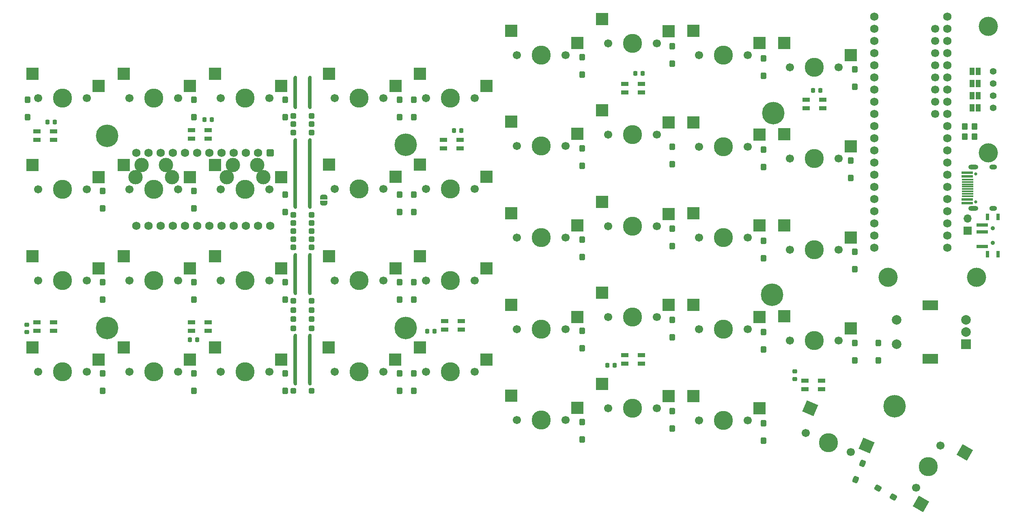
<source format=gbr>
G04 #@! TF.GenerationSoftware,KiCad,Pcbnew,(6.0.6)*
G04 #@! TF.CreationDate,2022-08-01T11:52:36+07:00*
G04 #@! TF.ProjectId,SofleKeyboard,536f666c-654b-4657-9962-6f6172642e6b,rev?*
G04 #@! TF.SameCoordinates,Original*
G04 #@! TF.FileFunction,Soldermask,Top*
G04 #@! TF.FilePolarity,Negative*
%FSLAX46Y46*%
G04 Gerber Fmt 4.6, Leading zero omitted, Abs format (unit mm)*
G04 Created by KiCad (PCBNEW (6.0.6)) date 2022-08-01 11:52:36*
%MOMM*%
%LPD*%
G01*
G04 APERTURE LIST*
G04 Aperture macros list*
%AMRoundRect*
0 Rectangle with rounded corners*
0 $1 Rounding radius*
0 $2 $3 $4 $5 $6 $7 $8 $9 X,Y pos of 4 corners*
0 Add a 4 corners polygon primitive as box body*
4,1,4,$2,$3,$4,$5,$6,$7,$8,$9,$2,$3,0*
0 Add four circle primitives for the rounded corners*
1,1,$1+$1,$2,$3*
1,1,$1+$1,$4,$5*
1,1,$1+$1,$6,$7*
1,1,$1+$1,$8,$9*
0 Add four rect primitives between the rounded corners*
20,1,$1+$1,$2,$3,$4,$5,0*
20,1,$1+$1,$4,$5,$6,$7,0*
20,1,$1+$1,$6,$7,$8,$9,0*
20,1,$1+$1,$8,$9,$2,$3,0*%
%AMRotRect*
0 Rectangle, with rotation*
0 The origin of the aperture is its center*
0 $1 length*
0 $2 width*
0 $3 Rotation angle, in degrees counterclockwise*
0 Add horizontal line*
21,1,$1,$2,0,0,$3*%
%AMFreePoly0*
4,1,22,0.500000,-0.750000,0.000000,-0.750000,0.000000,-0.745033,-0.079941,-0.743568,-0.215256,-0.701293,-0.333266,-0.622738,-0.424486,-0.514219,-0.481581,-0.384460,-0.499164,-0.250000,-0.500000,-0.250000,-0.500000,0.250000,-0.499164,0.250000,-0.499963,0.256109,-0.478152,0.396186,-0.417904,0.524511,-0.324060,0.630769,-0.204165,0.706417,-0.067858,0.745374,0.000000,0.744959,0.000000,0.750000,
0.500000,0.750000,0.500000,-0.750000,0.500000,-0.750000,$1*%
%AMFreePoly1*
4,1,20,0.000000,0.744959,0.073905,0.744508,0.209726,0.703889,0.328688,0.626782,0.421226,0.519385,0.479903,0.390333,0.500000,0.250000,0.500000,-0.250000,0.499851,-0.262216,0.476331,-0.402017,0.414519,-0.529596,0.319384,-0.634700,0.198574,-0.708877,0.061801,-0.746166,0.000000,-0.745033,0.000000,-0.750000,-0.500000,-0.750000,-0.500000,0.750000,0.000000,0.750000,0.000000,0.744959,
0.000000,0.744959,$1*%
G04 Aperture macros list end*
%ADD10C,4.700000*%
%ADD11C,1.701800*%
%ADD12C,3.987800*%
%ADD13C,1.700000*%
%ADD14R,2.550000X2.500000*%
%ADD15RotRect,2.550000X2.500000X240.000000*%
%ADD16RotRect,2.550000X2.500000X337.000000*%
%ADD17C,4.000000*%
%ADD18C,3.000000*%
%ADD19RoundRect,0.300000X0.300000X0.300000X-0.300000X0.300000X-0.300000X-0.300000X0.300000X-0.300000X0*%
%ADD20O,0.762000X14.750000*%
%ADD21C,1.752600*%
%ADD22R,1.000000X1.500000*%
%ADD23R,1.600000X0.850000*%
%ADD24RoundRect,0.225000X-0.225000X-0.250000X0.225000X-0.250000X0.225000X0.250000X-0.225000X0.250000X0*%
%ADD25O,0.762000X8.800000*%
%ADD26RoundRect,0.225000X0.225000X0.250000X-0.225000X0.250000X-0.225000X-0.250000X0.225000X-0.250000X0*%
%ADD27C,0.650000*%
%ADD28R,2.362600X0.600000*%
%ADD29R,2.366000X0.300000*%
%ADD30R,2.366000X0.305000*%
%ADD31O,2.100000X1.000000*%
%ADD32O,1.600000X1.000000*%
%ADD33RoundRect,0.225000X0.250000X-0.225000X0.250000X0.225000X-0.250000X0.225000X-0.250000X-0.225000X0*%
%ADD34O,0.762000X7.000000*%
%ADD35R,0.800000X1.422000*%
%ADD36C,0.900000*%
%ADD37R,2.368000X0.700000*%
%ADD38FreePoly0,270.000000*%
%ADD39FreePoly1,270.000000*%
%ADD40C,1.400000*%
%ADD41RoundRect,0.225000X-0.250000X0.225000X-0.250000X-0.225000X0.250000X-0.225000X0.250000X0.225000X0*%
%ADD42R,1.700000X1.700000*%
%ADD43O,1.700000X1.700000*%
%ADD44RoundRect,0.250000X0.350000X0.450000X-0.350000X0.450000X-0.350000X-0.450000X0.350000X-0.450000X0*%
%ADD45O,0.762000X10.800000*%
%ADD46R,2.000000X2.000000*%
%ADD47C,2.000000*%
%ADD48R,3.200000X2.000000*%
%ADD49RoundRect,0.300000X0.300000X-0.395000X0.300000X0.395000X-0.300000X0.395000X-0.300000X-0.395000X0*%
%ADD50RoundRect,0.300000X-0.300000X0.395000X-0.300000X-0.395000X0.300000X-0.395000X0.300000X0.395000X0*%
%ADD51RoundRect,0.300000X0.121813X-0.480819X0.430490X0.246380X-0.121813X0.480819X-0.430490X-0.246380X0*%
%ADD52RoundRect,0.300000X-0.121813X0.480819X-0.430490X-0.246380X0.121813X-0.480819X0.430490X0.246380X0*%
%ADD53RoundRect,0.400000X0.400000X0.400000X-0.400000X0.400000X-0.400000X-0.400000X0.400000X-0.400000X0*%
%ADD54RoundRect,0.300000X-0.492080X-0.062308X0.192080X-0.457308X0.492080X0.062308X-0.192080X0.457308X0*%
%ADD55RoundRect,0.300000X0.492080X0.062308X-0.192080X0.457308X-0.492080X-0.062308X0.192080X-0.457308X0*%
G04 APERTURE END LIST*
D10*
X208838800Y-58521600D03*
X132125141Y-65166580D03*
X208625140Y-96466581D03*
X132125141Y-103466580D03*
X234125140Y-119766581D03*
D11*
X212345141Y-48956580D03*
D12*
X217425141Y-48956580D03*
D13*
X222505141Y-48956580D03*
D14*
X211135141Y-43876581D03*
X224985141Y-46416581D03*
D13*
X203505140Y-46456582D03*
D11*
X193345140Y-46456582D03*
D12*
X198425140Y-46456582D03*
D14*
X192135140Y-41376583D03*
X205985140Y-43916583D03*
D13*
X184505140Y-43966580D03*
D11*
X174345140Y-43966580D03*
D12*
X179425140Y-43966580D03*
D14*
X173135140Y-38886581D03*
X186985140Y-41426581D03*
D13*
X165505141Y-46456581D03*
D12*
X160425141Y-46456581D03*
D11*
X155345141Y-46456581D03*
D14*
X154135141Y-41376582D03*
X167985141Y-43916582D03*
D12*
X141425140Y-55456582D03*
D11*
X136345140Y-55456582D03*
D13*
X146505140Y-55456582D03*
D14*
X135135140Y-50376583D03*
X148985140Y-52916583D03*
D11*
X117345140Y-55456581D03*
D13*
X127505140Y-55456581D03*
D12*
X122425140Y-55456581D03*
D14*
X116135140Y-50376582D03*
X129985140Y-52916582D03*
D12*
X217425141Y-68056582D03*
D11*
X212345141Y-68056582D03*
D13*
X222505141Y-68056582D03*
D14*
X211135141Y-62976583D03*
X224985141Y-65516583D03*
D11*
X193345141Y-65556580D03*
D13*
X203505141Y-65556580D03*
D12*
X198425141Y-65556580D03*
D14*
X192135141Y-60476581D03*
X205985141Y-63016581D03*
D12*
X179425140Y-63056582D03*
D13*
X184505140Y-63056582D03*
D11*
X174345140Y-63056582D03*
D14*
X173135140Y-57976583D03*
X186985140Y-60516583D03*
D12*
X160425140Y-65456582D03*
D11*
X155345140Y-65456582D03*
D13*
X165505140Y-65456582D03*
D14*
X154135140Y-60376583D03*
X167985140Y-62916583D03*
D13*
X146505140Y-74356582D03*
D12*
X141425140Y-74356582D03*
D11*
X136345140Y-74356582D03*
D14*
X135135140Y-69276583D03*
X148985140Y-71816583D03*
D13*
X127505140Y-74356582D03*
D12*
X122425140Y-74356582D03*
D11*
X117345140Y-74356582D03*
D14*
X116135140Y-69276583D03*
X129985140Y-71816583D03*
D12*
X217425141Y-87056580D03*
D13*
X222505141Y-87056580D03*
D11*
X212345141Y-87056580D03*
D14*
X211135141Y-81976581D03*
X224985141Y-84516581D03*
D11*
X193345140Y-84556582D03*
D12*
X198425140Y-84556582D03*
D13*
X203505140Y-84556582D03*
D14*
X192135140Y-79476583D03*
X205985140Y-82016583D03*
D11*
X174345140Y-82156582D03*
D12*
X179425140Y-82156582D03*
D13*
X184505140Y-82156582D03*
D14*
X173135140Y-77076583D03*
X186985140Y-79616583D03*
D13*
X165505141Y-84556581D03*
D11*
X155345141Y-84556581D03*
D12*
X160425141Y-84556581D03*
D14*
X154135141Y-79476582D03*
X167985141Y-82016582D03*
D12*
X141425140Y-93556582D03*
D11*
X136345140Y-93556582D03*
D13*
X146505140Y-93556582D03*
D14*
X135135140Y-88476583D03*
X148985140Y-91016583D03*
D11*
X117345140Y-93556580D03*
D12*
X122425140Y-93556580D03*
D13*
X127505140Y-93556580D03*
D14*
X116135140Y-88476581D03*
X129985140Y-91016581D03*
D11*
X212345141Y-106056581D03*
D12*
X217425141Y-106056581D03*
D13*
X222505141Y-106056581D03*
D14*
X211135141Y-100976582D03*
X224985141Y-103516582D03*
D11*
X193345141Y-103656580D03*
D12*
X198425141Y-103656580D03*
D13*
X203505141Y-103656580D03*
D14*
X192135141Y-98576581D03*
X205985141Y-101116581D03*
D11*
X174345140Y-101156582D03*
D12*
X179425140Y-101156582D03*
D13*
X184505140Y-101156582D03*
D14*
X173135140Y-96076583D03*
X186985140Y-98616583D03*
D13*
X165505140Y-103656581D03*
D12*
X160425140Y-103656581D03*
D11*
X155345140Y-103656581D03*
D14*
X154135140Y-98576582D03*
X167985140Y-101116582D03*
D12*
X141425140Y-112556582D03*
D13*
X146505140Y-112556582D03*
D11*
X136345140Y-112556582D03*
D14*
X135135140Y-107476583D03*
X148985140Y-110016583D03*
D12*
X122375141Y-112556582D03*
D11*
X117295141Y-112556582D03*
D13*
X127455141Y-112556582D03*
D14*
X116085141Y-107476583D03*
X129935141Y-110016583D03*
D12*
X241225141Y-132366580D03*
D13*
X238685141Y-136765989D03*
D11*
X243765141Y-127967171D03*
D15*
X248769549Y-129459280D03*
X239644845Y-140183732D03*
D12*
X220325140Y-127356582D03*
D11*
X215648975Y-125371668D03*
D13*
X225001305Y-129341496D03*
D16*
X216520078Y-120222719D03*
X228276613Y-127972428D03*
D12*
X198425140Y-122756581D03*
D11*
X193345140Y-122756581D03*
D13*
X203505140Y-122756581D03*
D14*
X192135140Y-117676582D03*
X205985140Y-120216582D03*
D13*
X184505140Y-120156582D03*
D11*
X174345140Y-120156582D03*
D12*
X179425140Y-120156582D03*
D14*
X173135140Y-115076583D03*
X186985140Y-117616583D03*
D17*
X232795140Y-92848580D03*
D12*
X160425141Y-122656581D03*
D13*
X165505141Y-122656581D03*
D11*
X155345141Y-122656581D03*
D14*
X154135141Y-117576582D03*
X167985141Y-120116582D03*
D17*
X251243141Y-92848582D03*
D18*
X82102640Y-69426582D03*
D11*
X74482640Y-74506582D03*
D18*
X77022640Y-69426582D03*
D11*
X84642640Y-74506582D03*
D12*
X79562640Y-74506582D03*
D18*
X75752640Y-71966582D03*
X83372640Y-71966582D03*
D14*
X73272640Y-69426582D03*
X87122640Y-71966582D03*
D13*
X103692641Y-55456582D03*
D11*
X93532641Y-55456582D03*
D12*
X98612641Y-55456582D03*
D14*
X92322641Y-50376583D03*
X106172641Y-52916583D03*
D19*
X108712000Y-62611000D03*
D20*
X109093000Y-71212500D03*
D21*
X229907140Y-38416581D03*
X229907140Y-40956581D03*
X229907140Y-43496581D03*
X229907140Y-46036581D03*
X229907140Y-48576581D03*
X229907140Y-51116581D03*
X229907140Y-53656581D03*
X229907140Y-56196581D03*
X229907140Y-58736581D03*
X229907140Y-61276581D03*
X229907140Y-63816581D03*
X229907140Y-66356581D03*
X229907140Y-68896581D03*
X229907140Y-71436581D03*
X229907140Y-73976581D03*
X229907140Y-76516581D03*
X229907140Y-79056581D03*
X229907140Y-81596581D03*
X229907140Y-84136581D03*
X229907140Y-86676581D03*
X245147140Y-38416581D03*
X245147140Y-40956581D03*
X245147140Y-43496581D03*
X245147140Y-46036581D03*
X245147140Y-48576581D03*
X245147140Y-51116581D03*
X245147140Y-53656581D03*
X245147140Y-56196581D03*
X245147140Y-58736581D03*
X245147140Y-61276581D03*
X245147140Y-63816581D03*
X245147140Y-66356581D03*
X245147140Y-68896581D03*
X245147140Y-71436581D03*
X245147140Y-73976581D03*
X245147140Y-76516581D03*
X245147140Y-79056581D03*
X245147140Y-81596581D03*
X245147140Y-84136581D03*
X245147140Y-86676581D03*
D19*
X108712000Y-79814000D03*
D22*
X250339141Y-52386581D03*
X251639141Y-52386581D03*
D23*
X55146000Y-103999000D03*
X58646000Y-102249000D03*
X55146000Y-102249000D03*
X58646000Y-103999000D03*
D11*
X55432641Y-74506581D03*
D12*
X60512641Y-74506581D03*
D13*
X65592641Y-74506581D03*
D14*
X54222641Y-69426582D03*
X68072641Y-71966582D03*
D19*
X112522000Y-99730480D03*
D23*
X140236000Y-103745000D03*
X143736000Y-101995000D03*
X140236000Y-101995000D03*
X143736000Y-103745000D03*
D19*
X112522000Y-97790000D03*
X108712000Y-99730480D03*
D20*
X112141000Y-71212500D03*
D24*
X87109000Y-105918000D03*
X88659000Y-105918000D03*
D19*
X108712000Y-84914000D03*
X112522000Y-79814000D03*
D25*
X109093000Y-92202000D03*
D18*
X101152641Y-69426581D03*
X96072641Y-69426581D03*
D11*
X93532641Y-74506581D03*
D18*
X94802641Y-71966581D03*
X102422641Y-71966581D03*
D12*
X98612641Y-74506581D03*
D11*
X103692641Y-74506581D03*
D14*
X92322641Y-69426581D03*
X106172641Y-71966581D03*
D26*
X175781000Y-111252000D03*
X174231000Y-111252000D03*
D17*
X253714000Y-66856580D03*
D23*
X177828000Y-110857000D03*
X181328000Y-109107000D03*
X177828000Y-109107000D03*
X181328000Y-110857000D03*
D19*
X108712000Y-86614000D03*
X108712000Y-103505000D03*
D13*
X242607140Y-58724800D03*
X242607140Y-56184800D03*
X242607140Y-53644800D03*
X242607140Y-51104800D03*
X242607140Y-48564800D03*
X242607140Y-46024800D03*
X242607140Y-43484800D03*
X242607140Y-40944800D03*
D11*
X93532641Y-112606581D03*
D12*
X98612641Y-112606581D03*
D13*
X103692641Y-112606581D03*
D14*
X92322641Y-107526582D03*
X106172641Y-110066582D03*
D26*
X91707000Y-59944000D03*
X90157000Y-59944000D03*
D19*
X108712000Y-81514000D03*
D27*
X251063290Y-71280000D03*
X251063290Y-77060000D03*
D28*
X249350290Y-77370000D03*
X249350290Y-76570000D03*
D29*
X249358690Y-75420000D03*
X249358690Y-74420000D03*
X249358690Y-73920000D03*
X249358690Y-72920000D03*
D28*
X249350290Y-71770000D03*
X249350290Y-70970000D03*
X249350290Y-70970000D03*
X249350290Y-71770000D03*
D29*
X249358690Y-72420000D03*
X249358690Y-73420000D03*
X249358690Y-74920000D03*
D30*
X249358690Y-75920000D03*
D28*
X249350290Y-76570000D03*
X249350290Y-77370000D03*
D31*
X250563290Y-69850000D03*
D32*
X254743290Y-78490000D03*
X254743290Y-69850000D03*
D31*
X250563290Y-78490000D03*
D19*
X108712000Y-59182000D03*
D33*
X213360000Y-114059000D03*
X213360000Y-112509000D03*
D26*
X143777000Y-62230000D03*
X142227000Y-62230000D03*
D12*
X79562641Y-55456580D03*
D13*
X84642641Y-55456580D03*
D11*
X74482641Y-55456580D03*
D14*
X73272641Y-50376581D03*
X87122641Y-52916581D03*
D19*
X108712000Y-83214000D03*
D26*
X181623000Y-50292000D03*
X180073000Y-50292000D03*
D34*
X109093000Y-54229000D03*
D19*
X112522000Y-60858293D03*
X112522000Y-116563182D03*
X108712000Y-60858293D03*
D13*
X65592641Y-112606581D03*
D12*
X60512641Y-112606581D03*
D11*
X55432641Y-112606581D03*
D14*
X54222641Y-107526582D03*
X68072641Y-110066582D03*
D10*
X69850000Y-103466580D03*
D23*
X58646000Y-62371000D03*
X55146000Y-64121000D03*
X58646000Y-64121000D03*
X55146000Y-62371000D03*
D19*
X112522000Y-62611000D03*
D23*
X90904000Y-62117000D03*
X87404000Y-63867000D03*
X90904000Y-63867000D03*
X87404000Y-62117000D03*
D35*
X253511141Y-80275580D03*
X255721141Y-87997580D03*
X253511141Y-87997580D03*
D36*
X254621141Y-85636580D03*
X254621141Y-82636580D03*
D35*
X255721141Y-80275580D03*
D37*
X252427141Y-86386580D03*
X252427141Y-83386580D03*
X252427141Y-81886580D03*
D19*
X108712000Y-97790000D03*
D13*
X65592641Y-55456582D03*
D11*
X55432641Y-55456582D03*
D12*
X60512641Y-55456582D03*
D14*
X54222641Y-50376583D03*
X68072641Y-52916583D03*
D19*
X108712000Y-101600000D03*
X112522000Y-83214000D03*
D23*
X215420000Y-116191000D03*
X218920000Y-114441000D03*
X215420000Y-114441000D03*
X218920000Y-116191000D03*
D13*
X65592641Y-93556582D03*
D11*
X55432641Y-93556582D03*
D12*
X60512641Y-93556582D03*
D14*
X54222641Y-88476583D03*
X68072641Y-91016583D03*
D26*
X138189000Y-104140000D03*
X136639000Y-104140000D03*
D19*
X112522000Y-103505000D03*
D11*
X74482640Y-112606582D03*
D12*
X79562640Y-112606582D03*
D13*
X84642640Y-112606582D03*
D14*
X73272640Y-107526583D03*
X87122640Y-110066583D03*
D24*
X57391000Y-60452000D03*
X58941000Y-60452000D03*
D38*
X115062000Y-76058000D03*
D39*
X115062000Y-77358000D03*
D19*
X112522000Y-81514000D03*
X112522000Y-101600000D03*
D34*
X112141000Y-54229000D03*
D10*
X69850000Y-63296800D03*
D40*
X254774000Y-49846580D03*
X254774000Y-52386580D03*
X254774000Y-54926580D03*
X254774000Y-57466580D03*
D26*
X218707000Y-53848000D03*
X217157000Y-53848000D03*
D19*
X112522000Y-86614000D03*
D23*
X143482000Y-64149000D03*
X139982000Y-65899000D03*
X143482000Y-65899000D03*
X139982000Y-64149000D03*
D19*
X112522000Y-59182000D03*
D23*
X219174000Y-55767000D03*
X215674000Y-57517000D03*
X219174000Y-57517000D03*
X215674000Y-55767000D03*
D19*
X112522000Y-84914000D03*
D41*
X53035200Y-102730000D03*
X53035200Y-104280000D03*
D23*
X87404000Y-103999000D03*
X90904000Y-102249000D03*
X87404000Y-102249000D03*
X90904000Y-103999000D03*
D22*
X250339140Y-54926582D03*
X251639140Y-54926582D03*
D23*
X181328000Y-52465000D03*
X177828000Y-54215000D03*
X181328000Y-54215000D03*
X177828000Y-52465000D03*
D25*
X112141000Y-92202000D03*
D22*
X250339141Y-57466582D03*
X251639141Y-57466582D03*
D13*
X103692641Y-93556582D03*
D12*
X98612641Y-93556582D03*
D11*
X93532641Y-93556582D03*
D14*
X92322641Y-88476583D03*
X106172641Y-91016583D03*
D11*
X74482641Y-93556582D03*
D12*
X79562641Y-93556582D03*
D13*
X84642641Y-93556582D03*
D14*
X73272641Y-88476583D03*
X87122641Y-91016583D03*
D19*
X108712000Y-116563182D03*
D42*
X249428000Y-83125582D03*
D43*
X249428000Y-80585582D03*
D44*
X250809000Y-61341000D03*
X248809000Y-61341000D03*
D45*
X112141000Y-110034091D03*
D22*
X250339140Y-49846582D03*
X251639140Y-49846582D03*
D17*
X253714000Y-40456580D03*
D44*
X250809000Y-63500000D03*
X248809000Y-63500000D03*
D45*
X109093000Y-110034091D03*
D46*
X249091140Y-106778582D03*
D47*
X249091140Y-101778582D03*
X249091140Y-104278582D03*
D48*
X241591140Y-98678582D03*
X241591140Y-109878582D03*
D47*
X234591140Y-101778582D03*
X234591140Y-106778582D03*
D49*
X225843141Y-91163180D03*
D50*
X225843141Y-87473180D03*
D49*
X130847141Y-59413181D03*
D50*
X130847141Y-55723181D03*
D49*
X106971141Y-116563180D03*
D50*
X106971141Y-112873180D03*
D49*
X187743141Y-48237182D03*
D50*
X187743141Y-44547182D03*
D49*
X130847141Y-97513181D03*
D50*
X130847141Y-93823181D03*
D49*
X106971141Y-79238800D03*
D50*
X106971141Y-75548800D03*
D49*
X230733600Y-110236000D03*
D50*
X230733600Y-106546000D03*
D51*
X225992588Y-135108474D03*
D52*
X227434386Y-131711811D03*
D21*
X83566000Y-66886581D03*
X78486000Y-66886581D03*
X81026000Y-66886581D03*
X78486000Y-82126581D03*
X75946000Y-82126581D03*
X75946000Y-66886581D03*
X86106000Y-82126581D03*
X91186000Y-82126581D03*
X93726000Y-82126581D03*
X101346000Y-82126581D03*
X103886000Y-82126581D03*
X88646000Y-82126581D03*
X83566000Y-82126581D03*
X81026000Y-82126581D03*
X93726000Y-66886581D03*
X91186000Y-66886581D03*
X88646000Y-66886581D03*
X86106000Y-66886581D03*
X101346000Y-66886581D03*
X98806000Y-82126581D03*
X96266000Y-82126581D03*
D53*
X103886000Y-66886581D03*
D21*
X98806000Y-66886581D03*
X96266000Y-66886581D03*
D49*
X133858000Y-79238800D03*
D50*
X133858000Y-75548800D03*
D49*
X133858000Y-97513181D03*
D50*
X133858000Y-93823181D03*
D49*
X87921140Y-97513182D03*
D50*
X87921140Y-93823182D03*
D49*
X168947140Y-69573182D03*
D50*
X168947140Y-65883182D03*
D49*
X130847141Y-79238800D03*
D50*
X130847141Y-75548800D03*
D49*
X206793140Y-69827182D03*
D50*
X206793140Y-66137182D03*
D49*
X225044000Y-72113182D03*
D50*
X225044000Y-68423182D03*
D49*
X206793141Y-126977180D03*
D50*
X206793141Y-123287180D03*
D49*
X168947141Y-50523181D03*
D50*
X168947141Y-46833181D03*
D49*
X87921140Y-78463182D03*
D50*
X87921140Y-74773182D03*
D49*
X106971140Y-97513182D03*
D50*
X106971140Y-93823182D03*
D49*
X168947141Y-126723180D03*
D50*
X168947141Y-123033180D03*
D49*
X187743141Y-69256600D03*
D50*
X187743141Y-65566600D03*
D49*
X225843141Y-110213182D03*
D50*
X225843141Y-106523182D03*
D49*
X53213000Y-59413182D03*
D50*
X53213000Y-55723182D03*
D49*
X68871140Y-97513182D03*
D50*
X68871140Y-93823182D03*
D49*
X130847141Y-116563182D03*
D50*
X130847141Y-112873182D03*
D49*
X87921140Y-59413181D03*
D50*
X87921140Y-55723181D03*
D36*
X254621141Y-85636580D03*
X254621141Y-82636580D03*
D49*
X68871141Y-78463181D03*
D50*
X68871141Y-74773181D03*
D49*
X206793140Y-107927182D03*
D50*
X206793140Y-104237182D03*
D49*
X187743141Y-86337182D03*
D50*
X187743141Y-82647182D03*
D49*
X206793141Y-50777180D03*
D50*
X206793141Y-47087180D03*
D49*
X225843140Y-53063182D03*
D50*
X225843140Y-49373182D03*
D49*
X106971141Y-59413182D03*
D50*
X106971141Y-55723182D03*
D49*
X206793141Y-88877180D03*
D50*
X206793141Y-85187180D03*
D49*
X87921141Y-116563180D03*
D50*
X87921141Y-112873180D03*
D49*
X168947140Y-107673182D03*
D50*
X168947140Y-103983182D03*
D49*
X68871141Y-116563180D03*
D50*
X68871141Y-112873180D03*
D27*
X251063290Y-71280000D03*
X251063290Y-77060000D03*
D31*
X250563290Y-69850000D03*
D32*
X254743290Y-69850000D03*
X254743290Y-78490000D03*
D31*
X250563290Y-78490000D03*
D54*
X230708200Y-136855200D03*
D55*
X233903834Y-138700200D03*
D49*
X133858000Y-116563182D03*
D50*
X133858000Y-112873182D03*
D49*
X187743141Y-124437182D03*
D50*
X187743141Y-120747182D03*
D49*
X187743141Y-105387181D03*
D50*
X187743141Y-101697181D03*
D49*
X133858000Y-59413180D03*
D50*
X133858000Y-55723180D03*
D49*
X168947141Y-88623180D03*
D50*
X168947141Y-84933180D03*
M02*

</source>
